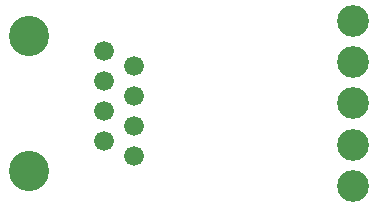
<source format=gbs>
G75*
%MOIN*%
%OFA0B0*%
%FSLAX24Y24*%
%IPPOS*%
%LPD*%
%AMOC8*
5,1,8,0,0,1.08239X$1,22.5*
%
%ADD10C,0.0660*%
%ADD11C,0.1340*%
%ADD12C,0.1060*%
D10*
X005805Y002555D03*
X006805Y003055D03*
X005805Y003555D03*
X006805Y004055D03*
X005805Y004555D03*
X006805Y005055D03*
X005805Y005555D03*
X006805Y002055D03*
D11*
X003305Y001555D03*
X003305Y006055D03*
D12*
X014094Y006561D03*
X014094Y005183D03*
X014094Y003805D03*
X014094Y002427D03*
X014094Y001049D03*
M02*

</source>
